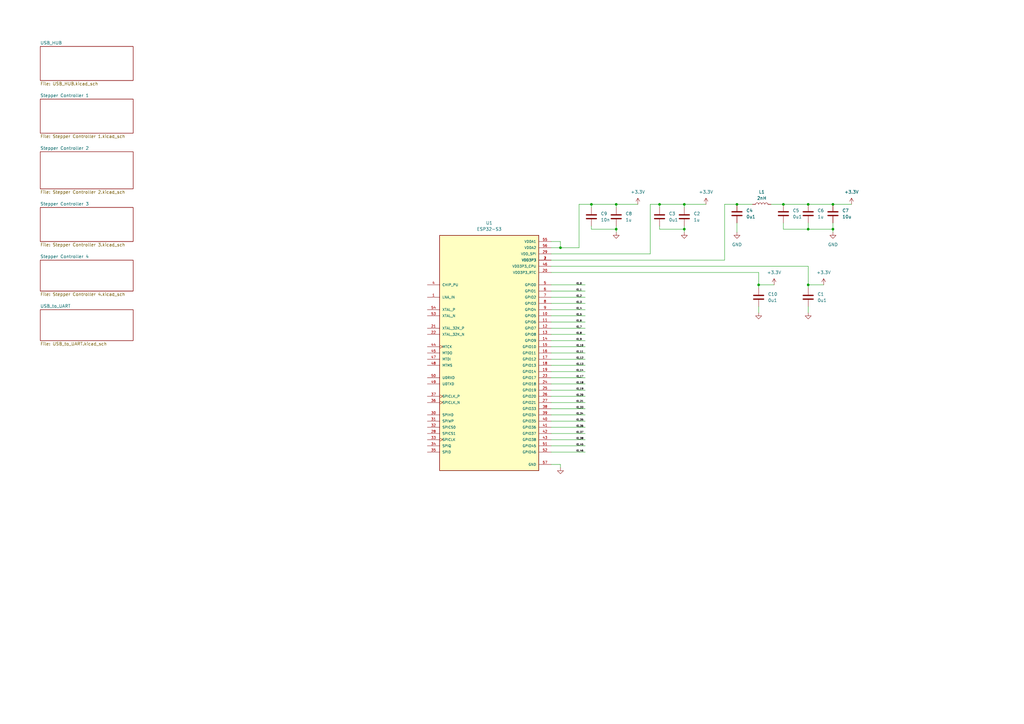
<source format=kicad_sch>
(kicad_sch (version 20230121) (generator eeschema)
  (paper "A3")
  (lib_symbols
    (symbol "Device:C" (pin_numbers hide) (pin_names (offset 0.254))
      (property "Reference" "C" (at 0.635 2.54 0))
      (property "Value" "C" (at 0.635 -2.54 0))
      (symbol "C_0_1"
        (polyline (pts (xy -2.032 -0.762) (xy 2.032 -0.762)) (stroke (width 0.508)))
        (polyline (pts (xy -2.032 0.762) (xy 2.032 0.762)) (stroke (width 0.508)))
      )
      (symbol "C_1_1"
        (pin passive line (at 0 3.81 270) (length 2.794) (name "~") (number "1"))
        (pin passive line (at 0 -3.81 90) (length 2.794) (name "~") (number "2"))
      )
    )
    (symbol "Device:L" (pin_numbers hide) (pin_names (offset 1.016) hide)
      (property "Reference" "L" (at -1.27 0 90))
      (property "Value" "L" (at 1.905 0 90))
      (symbol "L_0_1"
        (arc (start 0 -2.54) (mid 0.6323 -1.905) (end 0 -1.27))
        (arc (start 0 -1.27) (mid 0.6323 -0.635) (end 0 0))
        (arc (start 0 0) (mid 0.6323 0.635) (end 0 1.27))
        (arc (start 0 1.27) (mid 0.6323 1.905) (end 0 2.54))
      )
      (symbol "L_1_1"
        (pin passive line (at 0 3.81 270) (length 1.27) (name "1") (number "1"))
        (pin passive line (at 0 -3.81 90) (length 1.27) (name "2") (number "2"))
      )
    )
    (symbol "ESP32-S3:ESP32-S3" (pin_names (offset 1.016))
      (property "Reference" "U" (at -20.32 49.53 0))
      (property "Value" "ESP32-S3" (at -20.32 -49.53 0))
      (symbol "ESP32-S3_0_0"
        (pin bidirectional line (at -25.4 22.86 0) (length 5.08) (name "LNA_IN") (number "1"))
        (pin bidirectional line (at 25.4 15.24 180) (length 5.08) (name "GPIO5") (number "10"))
        (pin bidirectional line (at 25.4 12.7 180) (length 5.08) (name "GPIO6") (number "11"))
        (pin bidirectional line (at 25.4 10.16 180) (length 5.08) (name "GPIO7") (number "12"))
        (pin bidirectional line (at 25.4 7.62 180) (length 5.08) (name "GPIO8") (number "13"))
        (pin bidirectional line (at 25.4 5.08 180) (length 5.08) (name "GPIO9") (number "14"))
        (pin bidirectional line (at 25.4 2.54 180) (length 5.08) (name "GPIO10") (number "15"))
        (pin bidirectional line (at 25.4 0 180) (length 5.08) (name "GPIO11") (number "16"))
        (pin bidirectional line (at 25.4 -2.54 180) (length 5.08) (name "GPIO12") (number "17"))
        (pin bidirectional line (at 25.4 -5.08 180) (length 5.08) (name "GPIO13") (number "18"))
        (pin bidirectional line (at 25.4 -7.62 180) (length 5.08) (name "GPIO14") (number "19"))
        (pin power_in line (at 25.4 38.1 180) (length 5.08) (name "VDD3P3") (number "2"))
        (pin power_in line (at 25.4 33.02 180) (length 5.08) (name "VDD3P3_RTC") (number "20"))
        (pin bidirectional line (at -25.4 10.16 0) (length 5.08) (name "XTAL_32K_P") (number "21"))
        (pin bidirectional line (at -25.4 7.62 0) (length 5.08) (name "XTAL_32K_N") (number "22"))
        (pin bidirectional line (at 25.4 -10.16 180) (length 5.08) (name "GPIO17") (number "23"))
        (pin bidirectional line (at 25.4 -12.7 180) (length 5.08) (name "GPIO18") (number "24"))
        (pin bidirectional line (at 25.4 -15.24 180) (length 5.08) (name "GPIO19") (number "25"))
        (pin bidirectional line (at 25.4 -17.78 180) (length 5.08) (name "GPIO20") (number "26"))
        (pin bidirectional line (at 25.4 -20.32 180) (length 5.08) (name "GPIO21") (number "27"))
        (pin bidirectional line (at -25.4 -33.02 0) (length 5.08) (name "SPICS1") (number "28"))
        (pin power_in line (at 25.4 40.64 180) (length 5.08) (name "VDD_SPI") (number "29"))
        (pin power_in line (at 25.4 38.1 180) (length 5.08) (name "VDD3P3") (number "3"))
        (pin bidirectional line (at -25.4 -25.4 0) (length 5.08) (name "SPIHD") (number "30"))
        (pin bidirectional line (at -25.4 -27.94 0) (length 5.08) (name "SPIWP") (number "31"))
        (pin bidirectional line (at -25.4 -30.48 0) (length 5.08) (name "SPICS0") (number "32"))
        (pin bidirectional clock (at -25.4 -35.56 0) (length 5.08) (name "SPICLK") (number "33"))
        (pin bidirectional line (at -25.4 -38.1 0) (length 5.08) (name "SPIQ") (number "34"))
        (pin bidirectional line (at -25.4 -40.64 0) (length 5.08) (name "SPID") (number "35"))
        (pin bidirectional clock (at -25.4 -20.32 0) (length 5.08) (name "SPICLK_N") (number "36"))
        (pin bidirectional clock (at -25.4 -17.78 0) (length 5.08) (name "SPICLK_P") (number "37"))
        (pin bidirectional line (at 25.4 -22.86 180) (length 5.08) (name "GPIO33") (number "38"))
        (pin bidirectional line (at 25.4 -25.4 180) (length 5.08) (name "GPIO34") (number "39"))
        (pin input line (at -25.4 27.94 0) (length 5.08) (name "CHIP_PU") (number "4"))
        (pin bidirectional line (at 25.4 -27.94 180) (length 5.08) (name "GPIO35") (number "40"))
        (pin bidirectional line (at 25.4 -30.48 180) (length 5.08) (name "GPIO36") (number "41"))
        (pin bidirectional line (at 25.4 -33.02 180) (length 5.08) (name "GPIO37") (number "42"))
        (pin bidirectional line (at 25.4 -35.56 180) (length 5.08) (name "GPIO38") (number "43"))
        (pin bidirectional clock (at -25.4 2.54 0) (length 5.08) (name "MTCK") (number "44"))
        (pin bidirectional line (at -25.4 0 0) (length 5.08) (name "MTDO") (number "45"))
        (pin power_in line (at 25.4 35.56 180) (length 5.08) (name "VDD3P3_CPU") (number "46"))
        (pin bidirectional line (at -25.4 -2.54 0) (length 5.08) (name "MTDI") (number "47"))
        (pin bidirectional line (at -25.4 -5.08 0) (length 5.08) (name "MTMS") (number "48"))
        (pin bidirectional line (at -25.4 -12.7 0) (length 5.08) (name "U0TXD") (number "49"))
        (pin bidirectional line (at 25.4 27.94 180) (length 5.08) (name "GPIO0") (number "5"))
        (pin bidirectional line (at -25.4 -10.16 0) (length 5.08) (name "U0RXD") (number "50"))
        (pin bidirectional line (at 25.4 -38.1 180) (length 5.08) (name "GPIO45") (number "51"))
        (pin bidirectional line (at 25.4 -40.64 180) (length 5.08) (name "GPIO46") (number "52"))
        (pin output line (at -25.4 15.24 0) (length 5.08) (name "XTAL_N") (number "53"))
        (pin input line (at -25.4 17.78 0) (length 5.08) (name "XTAL_P") (number "54"))
        (pin power_in line (at 25.4 45.72 180) (length 5.08) (name "VDDA1") (number "55"))
        (pin power_in line (at 25.4 43.18 180) (length 5.08) (name "VDDA2") (number "56"))
        (pin power_in line (at 25.4 -45.72 180) (length 5.08) (name "GND") (number "57"))
        (pin bidirectional line (at 25.4 25.4 180) (length 5.08) (name "GPIO1") (number "6"))
        (pin bidirectional line (at 25.4 22.86 180) (length 5.08) (name "GPIO2") (number "7"))
        (pin bidirectional line (at 25.4 20.32 180) (length 5.08) (name "GPIO3") (number "8"))
        (pin bidirectional line (at 25.4 17.78 180) (length 5.08) (name "GPIO4") (number "9"))
      )
      (symbol "ESP32-S3_1_0"
        (rectangle (start -20.32 48.26) (end 20.32 -48.26) (stroke (width 0.254)) (fill (type background)))
      )
    )
    (symbol "power:+3.3V" (power) (pin_names (offset 0))
      (property "Value" "+3.3V" (at 0 3.556 0))
      (symbol "+3.3V_0_1"
        (polyline (pts (xy -0.762 1.27) (xy 0 2.54)))
        (polyline (pts (xy 0 0) (xy 0 2.54)))
        (polyline (pts (xy 0 2.54) (xy 0.762 1.27)))
      )
      (symbol "+3.3V_1_1"
        (pin power_in line (at 0 0 90) (length 0) hide (name "+3.3V") (number "1"))
      )
    )
    (symbol "power:GND" (power) (pin_names (offset 0))
      (property "Value" "GND" (at 0 -3.81 0))
      (symbol "GND_0_1"
        (polyline (pts (xy 0 0) (xy 0 -1.27) (xy 1.27 -1.27) (xy 0 -2.54) (xy -1.27 -1.27) (xy 0 -1.27)))
      )
      (symbol "GND_1_1"
        (pin power_in line (at 0 0 270) (length 0) hide (name "GND") (number "1"))
      )
    )
  )
  (junction (at 302.26 83.82))
  (junction (at 252.73 93.98))
  (junction (at 341.63 83.82))
  (junction (at 321.31 83.82))
  (junction (at 331.47 93.98))
  (junction (at 280.67 83.82))
  (junction (at 311.15 116.84))
  (junction (at 229.87 101.6))
  (junction (at 242.57 83.82))
  (junction (at 331.47 83.82))
  (junction (at 270.51 83.82))
  (junction (at 280.67 93.98))
  (junction (at 331.47 116.84))
  (junction (at 252.73 83.82))
  (junction (at 341.63 93.98))
  (wire (pts (xy 226.06 127) (xy 240.03 127)))
  (wire (pts (xy 337.82 116.84) (xy 331.47 116.84)))
  (wire (pts (xy 266.7 83.82) (xy 266.7 104.14)))
  (wire (pts (xy 252.73 92.71) (xy 252.73 93.98)))
  (wire (pts (xy 226.06 106.68) (xy 297.18 106.68)))
  (wire (pts (xy 261.62 83.82) (xy 252.73 83.82)))
  (wire (pts (xy 289.56 83.82) (xy 280.67 83.82)))
  (wire (pts (xy 226.06 190.5) (xy 229.87 190.5)))
  (wire (pts (xy 226.06 109.22) (xy 331.47 109.22)))
  (wire (pts (xy 331.47 93.98) (xy 341.63 93.98)))
  (wire (pts (xy 331.47 116.84) (xy 331.47 118.11)))
  (wire (pts (xy 226.06 144.78) (xy 240.03 144.78)))
  (wire (pts (xy 226.06 177.8) (xy 240.03 177.8)))
  (wire (pts (xy 270.51 92.71) (xy 270.51 93.98)))
  (wire (pts (xy 226.06 167.64) (xy 240.03 167.64)))
  (wire (pts (xy 226.06 129.54) (xy 240.03 129.54)))
  (wire (pts (xy 317.5 116.84) (xy 311.15 116.84)))
  (wire (pts (xy 297.18 83.82) (xy 302.26 83.82)))
  (wire (pts (xy 242.57 83.82) (xy 242.57 85.09)))
  (wire (pts (xy 316.23 83.82) (xy 321.31 83.82)))
  (wire (pts (xy 311.15 116.84) (xy 311.15 118.11)))
  (wire (pts (xy 226.06 119.38) (xy 240.03 119.38)))
  (wire (pts (xy 270.51 85.09) (xy 270.51 83.82)))
  (wire (pts (xy 252.73 83.82) (xy 252.73 85.09)))
  (wire (pts (xy 226.06 182.88) (xy 240.03 182.88)))
  (wire (pts (xy 302.26 91.44) (xy 302.26 95.25)))
  (wire (pts (xy 297.18 106.68) (xy 297.18 83.82)))
  (wire (pts (xy 226.06 154.94) (xy 240.03 154.94)))
  (wire (pts (xy 226.06 99.06) (xy 229.87 99.06)))
  (wire (pts (xy 242.57 92.71) (xy 242.57 93.98)))
  (wire (pts (xy 341.63 91.44) (xy 341.63 93.98)))
  (wire (pts (xy 341.63 83.82) (xy 349.25 83.82)))
  (wire (pts (xy 331.47 91.44) (xy 331.47 93.98)))
  (wire (pts (xy 226.06 134.62) (xy 240.03 134.62)))
  (wire (pts (xy 226.06 160.02) (xy 240.03 160.02)))
  (wire (pts (xy 229.87 190.5) (xy 229.87 191.77)))
  (wire (pts (xy 270.51 83.82) (xy 280.67 83.82)))
  (wire (pts (xy 341.63 93.98) (xy 341.63 95.25)))
  (wire (pts (xy 237.49 101.6) (xy 237.49 83.82)))
  (wire (pts (xy 270.51 83.82) (xy 266.7 83.82)))
  (wire (pts (xy 226.06 124.46) (xy 240.03 124.46)))
  (wire (pts (xy 242.57 93.98) (xy 252.73 93.98)))
  (wire (pts (xy 270.51 93.98) (xy 280.67 93.98)))
  (wire (pts (xy 252.73 83.82) (xy 242.57 83.82)))
  (wire (pts (xy 302.26 83.82) (xy 308.61 83.82)))
  (wire (pts (xy 226.06 165.1) (xy 240.03 165.1)))
  (wire (pts (xy 331.47 109.22) (xy 331.47 116.84)))
  (wire (pts (xy 226.06 137.16) (xy 240.03 137.16)))
  (wire (pts (xy 237.49 83.82) (xy 242.57 83.82)))
  (wire (pts (xy 226.06 121.92) (xy 240.03 121.92)))
  (wire (pts (xy 229.87 101.6) (xy 237.49 101.6)))
  (wire (pts (xy 226.06 172.72) (xy 240.03 172.72)))
  (wire (pts (xy 280.67 92.71) (xy 280.67 93.98)))
  (wire (pts (xy 311.15 125.73) (xy 311.15 128.27)))
  (wire (pts (xy 226.06 180.34) (xy 240.03 180.34)))
  (wire (pts (xy 266.7 104.14) (xy 226.06 104.14)))
  (wire (pts (xy 226.06 147.32) (xy 240.03 147.32)))
  (wire (pts (xy 321.31 83.82) (xy 331.47 83.82)))
  (wire (pts (xy 331.47 83.82) (xy 341.63 83.82)))
  (wire (pts (xy 226.06 175.26) (xy 240.03 175.26)))
  (wire (pts (xy 226.06 139.7) (xy 240.03 139.7)))
  (wire (pts (xy 226.06 116.84) (xy 240.03 116.84)))
  (wire (pts (xy 226.06 157.48) (xy 240.03 157.48)))
  (wire (pts (xy 311.15 111.76) (xy 226.06 111.76)))
  (wire (pts (xy 280.67 83.82) (xy 280.67 85.09)))
  (wire (pts (xy 226.06 149.86) (xy 240.03 149.86)))
  (wire (pts (xy 311.15 116.84) (xy 311.15 111.76)))
  (wire (pts (xy 226.06 132.08) (xy 240.03 132.08)))
  (wire (pts (xy 226.06 142.24) (xy 240.03 142.24)))
  (wire (pts (xy 226.06 185.42) (xy 240.03 185.42)))
  (wire (pts (xy 226.06 101.6) (xy 229.87 101.6)))
  (wire (pts (xy 226.06 152.4) (xy 240.03 152.4)))
  (wire (pts (xy 280.67 93.98) (xy 280.67 95.25)))
  (wire (pts (xy 226.06 170.18) (xy 240.03 170.18)))
  (wire (pts (xy 226.06 162.56) (xy 240.03 162.56)))
  (wire (pts (xy 252.73 93.98) (xy 252.73 95.25)))
  (wire (pts (xy 321.31 93.98) (xy 331.47 93.98)))
  (wire (pts (xy 331.47 125.73) (xy 331.47 128.27)))
  (wire (pts (xy 321.31 91.44) (xy 321.31 93.98)))
  (wire (pts (xy 229.87 99.06) (xy 229.87 101.6)))
  (label "IO_3" (at 236.22 124.46 0) (effects (font (size 0.7 0.7))))
  (label "IO_2" (at 236.22 121.92 0) (effects (font (size 0.7 0.7))))
  (label "IO_9" (at 236.22 139.7 0) (effects (font (size 0.7 0.7))))
  (label "IO_21" (at 236.22 165.1 0) (effects (font (size 0.7 0.7))))
  (label "IO_33" (at 236.22 167.64 0) (effects (font (size 0.7 0.7))))
  (label "IO_38" (at 236.22 180.34 0) (effects (font (size 0.7 0.7))))
  (label "IO_1" (at 236.22 119.38 0) (effects (font (size 0.7 0.7))))
  (label "IO_36" (at 236.22 175.26 0) (effects (font (size 0.7 0.7))))
  (label "IO_12" (at 236.22 147.32 0) (effects (font (size 0.7 0.7))))
  (label "IO_46" (at 236.22 185.42 0) (effects (font (size 0.7 0.7))))
  (label "IO_6" (at 236.22 132.08 0) (effects (font (size 0.7 0.7))))
  (label "IO_20" (at 236.22 162.56 0) (effects (font (size 0.7 0.7))))
  (label "IO_17" (at 236.22 154.94 0) (effects (font (size 0.7 0.7))))
  (label "IO_13" (at 236.22 149.86 0) (effects (font (size 0.7 0.7))))
  (label "IO_34" (at 236.22 170.18 0) (effects (font (size 0.7 0.7))))
  (label "IO_10" (at 236.22 142.24 0) (effects (font (size 0.7 0.7))))
  (label "IO_37" (at 236.22 177.8 0) (effects (font (size 0.7 0.7))))
  (label "IO_8" (at 236.22 137.16 0) (effects (font (size 0.7 0.7))))
  (label "IO_45" (at 236.22 182.88 0) (effects (font (size 0.7 0.7))))
  (label "IO_5" (at 236.22 129.54 0) (effects (font (size 0.7 0.7))))
  (label "IO_35" (at 236.22 172.72 0) (effects (font (size 0.7 0.7))))
  (label "IO_19" (at 236.22 160.02 0) (effects (font (size 0.7 0.7))))
  (label "IO_11" (at 236.22 144.78 0) (effects (font (size 0.7 0.7))))
  (label "IO_18" (at 236.22 157.48 0) (effects (font (size 0.7 0.7))))
  (label "IO_7" (at 236.22 134.62 0) (effects (font (size 0.7 0.7))))
  (label "IO_0" (at 236.22 116.84 0) (effects (font (size 0.7 0.7))))
  (label "IO_14" (at 236.22 152.4 0) (effects (font (size 0.7 0.7))))
  (label "IO_4" (at 236.22 127 0) (effects (font (size 0.7 0.7))))
  (symbol (lib_id "ESP32-S3:ESP32-S3") (at 200.66 144.78 0) (unit 1)
    (property "Reference" "U1" (at 200.66 91.44 0))
    (property "Value" "ESP32-S3" (at 200.66 93.98 0))
    (property "Footprint" "ESP32-S3:IC_ESP32-S3" (effects hide))
    (property "MF" "Espressif Systems" (effects hide))
    (property "MAXIMUM_PACKAGE_HEIGHT" "0.9mm" (effects hide))
    (property "Package" "None" (effects hide))
    (property "Price" "None" (effects hide))
    (property "Check_prices" "https://www.snapeda.com/parts/ESP32-S3/Espressif+Systems/view-part/?ref=eda" (effects hide))
    (property "STANDARD" "Manufacturer Recommendations" (effects hide))
    (property "PARTREV" "v1.2" (effects hide))
    (property "SnapEDA_Link" "https://www.snapeda.com/parts/ESP32-S3/Espressif+Systems/view-part/?ref=snap" (effects hide))
    (property "MP" "ESP32-S3" (effects hide))
    (property "Description" "\nIC RF TxRx + MCU Bluetooth, WiFi 802.11b/g/n, Bluetooth v5.0 2.412GHz ~ 2.484GHz 56-VFQFN Exposed Pad\n" (effects hide))
    (property "MANUFACTURER" "ESPRESSIF" (effects hide))
    (property "Availability" "In Stock" (effects hide))
    (property "SNAPEDA_PN" "ESP32-S3" (effects hide))
  )
  (symbol (lib_id "Device:C") (at 280.67 88.9 0) (unit 1)
    (property "Reference" "C2" (at 284.48 87.63 0) (effects (justify left)))
    (property "Value" "1u" (at 284.48 90.17 0) (effects (justify left)))
  )
  (symbol (lib_id "power:GND") (at 311.15 128.27 0) (unit 1)
    (property "Reference" "#PWR011" (effects hide))
    (property "Value" "GND" (effects hide))
  )
  (symbol (lib_id "power:+3.3V") (at 317.5 116.84 0) (unit 1)
    (property "Reference" "#PWR012" (effects hide))
    (property "Value" "+3.3V" (at 317.5 111.76 0))
  )
  (symbol (lib_id "Device:C") (at 270.51 88.9 0) (unit 1)
    (property "Reference" "C3" (at 274.32 87.63 0) (effects (justify left)))
    (property "Value" "0u1" (at 274.32 90.17 0) (effects (justify left)))
  )
  (symbol (lib_id "Device:C") (at 252.73 88.9 0) (unit 1)
    (property "Reference" "C8" (at 256.54 87.63 0) (effects (justify left)))
    (property "Value" "1u" (at 256.54 90.17 0) (effects (justify left)))
  )
  (symbol (lib_id "Device:C") (at 341.63 87.63 0) (unit 1)
    (property "Reference" "C7" (at 345.44 86.36 0) (effects (justify left)))
    (property "Value" "10u" (at 345.44 88.9 0) (effects (justify left)))
  )
  (symbol (lib_id "power:+3.3V") (at 261.62 83.82 0) (unit 1)
    (property "Reference" "#PWR010" (effects hide))
    (property "Value" "+3.3V" (at 261.62 78.74 0))
  )
  (symbol (lib_id "Device:L") (at 312.42 83.82 90) (unit 1)
    (property "Reference" "L1" (at 312.42 78.74 90))
    (property "Value" "2nH" (at 312.42 81.28 90))
  )
  (symbol (lib_id "power:+3.3V") (at 337.82 116.84 0) (unit 1)
    (property "Reference" "#PWR01" (effects hide))
    (property "Value" "+3.3V" (at 337.82 111.76 0))
  )
  (symbol (lib_id "power:GND") (at 280.67 95.25 0) (unit 1)
    (property "Reference" "#PWR03" (effects hide))
    (property "Value" "GND" (effects hide))
  )
  (symbol (lib_id "power:GND") (at 302.26 95.25 0) (unit 1)
    (property "Reference" "#PWR05" (effects hide))
    (property "Value" "GND" (at 302.26 100.33 0))
  )
  (symbol (lib_id "Device:C") (at 321.31 87.63 0) (unit 1)
    (property "Reference" "C5" (at 325.12 86.36 0) (effects (justify left)))
    (property "Value" "0u1" (at 325.12 88.9 0) (effects (justify left)))
  )
  (symbol (lib_id "Device:C") (at 331.47 121.92 0) (unit 1)
    (property "Reference" "C1" (at 335.28 120.65 0) (effects (justify left)))
    (property "Value" "0u1" (at 335.28 123.19 0) (effects (justify left)))
  )
  (symbol (lib_id "Device:C") (at 331.47 87.63 0) (unit 1)
    (property "Reference" "C6" (at 335.28 86.36 0) (effects (justify left)))
    (property "Value" "1u" (at 335.28 88.9 0) (effects (justify left)))
  )
  (symbol (lib_id "power:GND") (at 341.63 95.25 0) (unit 1)
    (property "Reference" "#PWR06" (effects hide))
    (property "Value" "GND" (at 341.63 100.33 0))
  )
  (symbol (lib_id "power:+3.3V") (at 349.25 83.82 0) (unit 1)
    (property "Reference" "#PWR09" (effects hide))
    (property "Value" "+3.3V" (at 349.25 78.74 0))
  )
  (symbol (lib_id "power:GND") (at 331.47 128.27 0) (unit 1)
    (property "Reference" "#PWR02" (effects hide))
    (property "Value" "GND" (effects hide))
  )
  (symbol (lib_id "Device:C") (at 302.26 87.63 0) (unit 1)
    (property "Reference" "C4" (at 306.07 86.36 0) (effects (justify left)))
    (property "Value" "0u1" (at 306.07 88.9 0) (effects (justify left)))
  )
  (symbol (lib_id "power:GND") (at 252.73 95.25 0) (unit 1)
    (property "Reference" "#PWR08" (effects hide))
    (property "Value" "GND" (effects hide))
  )
  (symbol (lib_id "power:+3.3V") (at 289.56 83.82 0) (unit 1)
    (property "Reference" "#PWR04" (effects hide))
    (property "Value" "+3.3V" (at 289.56 78.74 0))
  )
  (symbol (lib_id "power:GND") (at 229.87 191.77 0) (unit 1)
    (property "Reference" "#PWR07" (effects hide))
    (property "Value" "GND" (effects hide))
  )
  (symbol (lib_id "Device:C") (at 242.57 88.9 0) (unit 1)
    (property "Reference" "C9" (at 246.38 87.63 0) (effects (justify left)))
    (property "Value" "10n" (at 246.38 90.17 0) (effects (justify left)))
  )
  (symbol (lib_id "Device:C") (at 311.15 121.92 0) (unit 1)
    (property "Reference" "C10" (at 314.96 120.65 0) (effects (justify left)))
    (property "Value" "0u1" (at 314.96 123.19 0) (effects (justify left)))
  )
  (sheet (at 16.51 127) (size 38.1 12.7) (stroke (width 0.1524))
    (property "Sheetname" "USB_to_UART" (at 16.51 126.2884 0) (effects (justify left bottom)))
    (property "Sheetfile" "USB_to_UART.kicad_sch" (at 16.51 140.2846 0) (effects (justify left top)))
  )
  (sheet (at 16.51 62.23) (size 38.1 15.24) (stroke (width 0.1524))
    (property "Sheetname" "Stepper Controller 2" (at 16.51 61.5184 0) (effects (justify left bottom)))
    (property "Sheetfile" "Stepper Controller 2.kicad_sch" (at 16.51 78.0546 0) (effects (justify left top)))
  )
  (sheet (at 16.51 85.09) (size 38.1 13.97) (stroke (width 0.1524))
    (property "Sheetname" "Stepper Controller 3" (at 16.51 84.3784 0) (effects (justify left bottom)))
    (property "Sheetfile" "Stepper Controller 3.kicad_sch" (at 16.51 99.6446 0) (effects (justify left top)))
  )
  (sheet (at 16.51 40.64) (size 38.1 13.97) (stroke (width 0.1524))
    (property "Sheetname" "Stepper Controller 1" (at 16.51 39.9284 0) (effects (justify left bottom)))
    (property "Sheetfile" "Stepper Controller 1.kicad_sch" (at 16.51 55.1946 0) (effects (justify left top)))
  )
  (sheet (at 16.51 19.05) (size 38.1 13.97) (stroke (width 0.1524))
    (property "Sheetname" "USB_HUB" (at 16.51 18.3384 0) (effects (justify left bottom)))
    (property "Sheetfile" "USB_HUB.kicad_sch" (at 16.51 33.6046 0) (effects (justify left top)))
  )
  (sheet (at 16.51 106.68) (size 38.1 12.7) (stroke (width 0.1524))
    (property "Sheetname" "Stepper Controller 4" (at 16.51 105.9684 0) (effects (justify left bottom)))
    (property "Sheetfile" "Stepper Controller 4.kicad_sch" (at 16.51 119.9646 0) (effects (justify left top)))
  )
)
</source>
